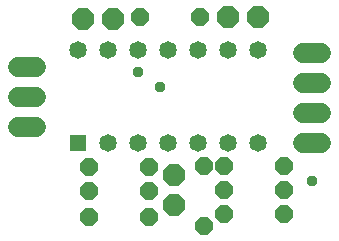
<source format=gbr>
G04 EAGLE Gerber RS-274X export*
G75*
%MOMM*%
%FSLAX34Y34*%
%LPD*%
%INSoldermask Bottom*%
%IPPOS*%
%AMOC8*
5,1,8,0,0,1.08239X$1,22.5*%
G01*
%ADD10R,1.481200X1.481200*%
%ADD11C,1.481200*%
%ADD12P,1.649562X8X22.500000*%
%ADD13P,1.649562X8X202.500000*%
%ADD14P,1.649562X8X112.500000*%
%ADD15P,1.951982X8X202.500000*%
%ADD16P,1.951982X8X112.500000*%
%ADD17C,1.727200*%
%ADD18C,0.959600*%


D10*
X190500Y214300D03*
D11*
X215900Y214300D03*
X241300Y214300D03*
X266700Y214300D03*
X292100Y214300D03*
X317500Y214300D03*
X342900Y214300D03*
X342900Y293700D03*
X317500Y293700D03*
X292100Y293700D03*
X266700Y293700D03*
X241300Y293700D03*
X215900Y293700D03*
X190500Y293700D03*
D12*
X199390Y194310D03*
X250190Y194310D03*
D13*
X250190Y173990D03*
X199390Y173990D03*
X250190Y152400D03*
X199390Y152400D03*
D14*
X297180Y144780D03*
X297180Y195580D03*
D13*
X364490Y154940D03*
X313690Y154940D03*
D12*
X313690Y175260D03*
X364490Y175260D03*
X313690Y195580D03*
X364490Y195580D03*
D13*
X293370Y321310D03*
X242570Y321310D03*
D15*
X342900Y321310D03*
X317500Y321310D03*
X219710Y320040D03*
X194310Y320040D03*
D16*
X271780Y162560D03*
X271780Y187960D03*
D17*
X381000Y290830D02*
X396240Y290830D01*
X396240Y265430D02*
X381000Y265430D01*
X381000Y240030D02*
X396240Y240030D01*
X396240Y214630D02*
X381000Y214630D01*
X154959Y278594D02*
X139719Y278594D01*
X139719Y253194D02*
X154959Y253194D01*
X154959Y227794D02*
X139719Y227794D01*
D18*
X259881Y262090D03*
X388620Y182880D03*
X241190Y274334D03*
M02*

</source>
